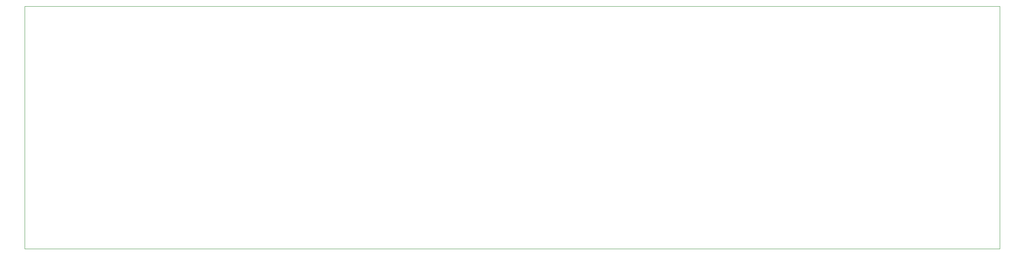
<source format=gbr>
%TF.GenerationSoftware,KiCad,Pcbnew,8.0.7*%
%TF.CreationDate,2025-10-03T18:14:03-07:00*%
%TF.ProjectId,HV Power Supply,48562050-6f77-4657-9220-537570706c79,rev?*%
%TF.SameCoordinates,Original*%
%TF.FileFunction,Profile,NP*%
%FSLAX46Y46*%
G04 Gerber Fmt 4.6, Leading zero omitted, Abs format (unit mm)*
G04 Created by KiCad (PCBNEW 8.0.7) date 2025-10-03 18:14:03*
%MOMM*%
%LPD*%
G01*
G04 APERTURE LIST*
%TA.AperFunction,Profile*%
%ADD10C,0.050000*%
%TD*%
G04 APERTURE END LIST*
D10*
X51000000Y-76000000D02*
X262000000Y-76000000D01*
X262000000Y-128500000D01*
X51000000Y-128500000D01*
X51000000Y-76000000D01*
M02*

</source>
